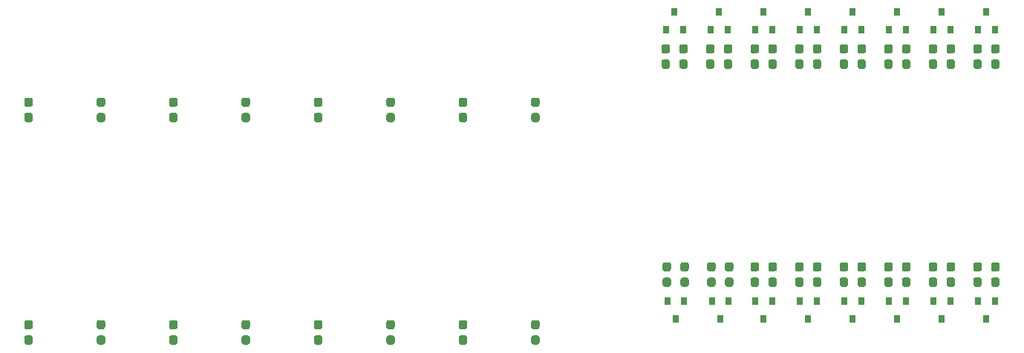
<source format=gbr>
%TF.GenerationSoftware,KiCad,Pcbnew,(5.1.6)-1*%
%TF.CreationDate,2022-02-01T20:51:07+01:00*%
%TF.ProjectId,Omniplex,4f6d6e69-706c-4657-982e-6b696361645f,rev?*%
%TF.SameCoordinates,Original*%
%TF.FileFunction,Paste,Top*%
%TF.FilePolarity,Positive*%
%FSLAX46Y46*%
G04 Gerber Fmt 4.6, Leading zero omitted, Abs format (unit mm)*
G04 Created by KiCad (PCBNEW (5.1.6)-1) date 2022-02-01 20:51:07*
%MOMM*%
%LPD*%
G01*
G04 APERTURE LIST*
%ADD10R,0.800000X0.900000*%
G04 APERTURE END LIST*
%TO.C,D16*%
G36*
G01*
X118507500Y-119730000D02*
X118982500Y-119730000D01*
G75*
G02*
X119220000Y-119967500I0J-237500D01*
G01*
X119220000Y-120542500D01*
G75*
G02*
X118982500Y-120780000I-237500J0D01*
G01*
X118507500Y-120780000D01*
G75*
G02*
X118270000Y-120542500I0J237500D01*
G01*
X118270000Y-119967500D01*
G75*
G02*
X118507500Y-119730000I237500J0D01*
G01*
G37*
G36*
G01*
X118507500Y-117980000D02*
X118982500Y-117980000D01*
G75*
G02*
X119220000Y-118217500I0J-237500D01*
G01*
X119220000Y-118792500D01*
G75*
G02*
X118982500Y-119030000I-237500J0D01*
G01*
X118507500Y-119030000D01*
G75*
G02*
X118270000Y-118792500I0J237500D01*
G01*
X118270000Y-118217500D01*
G75*
G02*
X118507500Y-117980000I237500J0D01*
G01*
G37*
%TD*%
%TO.C,D15*%
G36*
G01*
X110252500Y-119730000D02*
X110727500Y-119730000D01*
G75*
G02*
X110965000Y-119967500I0J-237500D01*
G01*
X110965000Y-120542500D01*
G75*
G02*
X110727500Y-120780000I-237500J0D01*
G01*
X110252500Y-120780000D01*
G75*
G02*
X110015000Y-120542500I0J237500D01*
G01*
X110015000Y-119967500D01*
G75*
G02*
X110252500Y-119730000I237500J0D01*
G01*
G37*
G36*
G01*
X110252500Y-117980000D02*
X110727500Y-117980000D01*
G75*
G02*
X110965000Y-118217500I0J-237500D01*
G01*
X110965000Y-118792500D01*
G75*
G02*
X110727500Y-119030000I-237500J0D01*
G01*
X110252500Y-119030000D01*
G75*
G02*
X110015000Y-118792500I0J237500D01*
G01*
X110015000Y-118217500D01*
G75*
G02*
X110252500Y-117980000I237500J0D01*
G01*
G37*
%TD*%
%TO.C,D14*%
G36*
G01*
X118507500Y-94330000D02*
X118982500Y-94330000D01*
G75*
G02*
X119220000Y-94567500I0J-237500D01*
G01*
X119220000Y-95142500D01*
G75*
G02*
X118982500Y-95380000I-237500J0D01*
G01*
X118507500Y-95380000D01*
G75*
G02*
X118270000Y-95142500I0J237500D01*
G01*
X118270000Y-94567500D01*
G75*
G02*
X118507500Y-94330000I237500J0D01*
G01*
G37*
G36*
G01*
X118507500Y-92580000D02*
X118982500Y-92580000D01*
G75*
G02*
X119220000Y-92817500I0J-237500D01*
G01*
X119220000Y-93392500D01*
G75*
G02*
X118982500Y-93630000I-237500J0D01*
G01*
X118507500Y-93630000D01*
G75*
G02*
X118270000Y-93392500I0J237500D01*
G01*
X118270000Y-92817500D01*
G75*
G02*
X118507500Y-92580000I237500J0D01*
G01*
G37*
%TD*%
%TO.C,D13*%
G36*
G01*
X110252500Y-94330000D02*
X110727500Y-94330000D01*
G75*
G02*
X110965000Y-94567500I0J-237500D01*
G01*
X110965000Y-95142500D01*
G75*
G02*
X110727500Y-95380000I-237500J0D01*
G01*
X110252500Y-95380000D01*
G75*
G02*
X110015000Y-95142500I0J237500D01*
G01*
X110015000Y-94567500D01*
G75*
G02*
X110252500Y-94330000I237500J0D01*
G01*
G37*
G36*
G01*
X110252500Y-92580000D02*
X110727500Y-92580000D01*
G75*
G02*
X110965000Y-92817500I0J-237500D01*
G01*
X110965000Y-93392500D01*
G75*
G02*
X110727500Y-93630000I-237500J0D01*
G01*
X110252500Y-93630000D01*
G75*
G02*
X110015000Y-93392500I0J237500D01*
G01*
X110015000Y-92817500D01*
G75*
G02*
X110252500Y-92580000I237500J0D01*
G01*
G37*
%TD*%
%TO.C,D12*%
G36*
G01*
X101997500Y-119730000D02*
X102472500Y-119730000D01*
G75*
G02*
X102710000Y-119967500I0J-237500D01*
G01*
X102710000Y-120542500D01*
G75*
G02*
X102472500Y-120780000I-237500J0D01*
G01*
X101997500Y-120780000D01*
G75*
G02*
X101760000Y-120542500I0J237500D01*
G01*
X101760000Y-119967500D01*
G75*
G02*
X101997500Y-119730000I237500J0D01*
G01*
G37*
G36*
G01*
X101997500Y-117980000D02*
X102472500Y-117980000D01*
G75*
G02*
X102710000Y-118217500I0J-237500D01*
G01*
X102710000Y-118792500D01*
G75*
G02*
X102472500Y-119030000I-237500J0D01*
G01*
X101997500Y-119030000D01*
G75*
G02*
X101760000Y-118792500I0J237500D01*
G01*
X101760000Y-118217500D01*
G75*
G02*
X101997500Y-117980000I237500J0D01*
G01*
G37*
%TD*%
%TO.C,D11*%
G36*
G01*
X93742500Y-119730000D02*
X94217500Y-119730000D01*
G75*
G02*
X94455000Y-119967500I0J-237500D01*
G01*
X94455000Y-120542500D01*
G75*
G02*
X94217500Y-120780000I-237500J0D01*
G01*
X93742500Y-120780000D01*
G75*
G02*
X93505000Y-120542500I0J237500D01*
G01*
X93505000Y-119967500D01*
G75*
G02*
X93742500Y-119730000I237500J0D01*
G01*
G37*
G36*
G01*
X93742500Y-117980000D02*
X94217500Y-117980000D01*
G75*
G02*
X94455000Y-118217500I0J-237500D01*
G01*
X94455000Y-118792500D01*
G75*
G02*
X94217500Y-119030000I-237500J0D01*
G01*
X93742500Y-119030000D01*
G75*
G02*
X93505000Y-118792500I0J237500D01*
G01*
X93505000Y-118217500D01*
G75*
G02*
X93742500Y-117980000I237500J0D01*
G01*
G37*
%TD*%
%TO.C,D10*%
G36*
G01*
X101997500Y-94330000D02*
X102472500Y-94330000D01*
G75*
G02*
X102710000Y-94567500I0J-237500D01*
G01*
X102710000Y-95142500D01*
G75*
G02*
X102472500Y-95380000I-237500J0D01*
G01*
X101997500Y-95380000D01*
G75*
G02*
X101760000Y-95142500I0J237500D01*
G01*
X101760000Y-94567500D01*
G75*
G02*
X101997500Y-94330000I237500J0D01*
G01*
G37*
G36*
G01*
X101997500Y-92580000D02*
X102472500Y-92580000D01*
G75*
G02*
X102710000Y-92817500I0J-237500D01*
G01*
X102710000Y-93392500D01*
G75*
G02*
X102472500Y-93630000I-237500J0D01*
G01*
X101997500Y-93630000D01*
G75*
G02*
X101760000Y-93392500I0J237500D01*
G01*
X101760000Y-92817500D01*
G75*
G02*
X101997500Y-92580000I237500J0D01*
G01*
G37*
%TD*%
%TO.C,D9*%
G36*
G01*
X93742500Y-94330000D02*
X94217500Y-94330000D01*
G75*
G02*
X94455000Y-94567500I0J-237500D01*
G01*
X94455000Y-95142500D01*
G75*
G02*
X94217500Y-95380000I-237500J0D01*
G01*
X93742500Y-95380000D01*
G75*
G02*
X93505000Y-95142500I0J237500D01*
G01*
X93505000Y-94567500D01*
G75*
G02*
X93742500Y-94330000I237500J0D01*
G01*
G37*
G36*
G01*
X93742500Y-92580000D02*
X94217500Y-92580000D01*
G75*
G02*
X94455000Y-92817500I0J-237500D01*
G01*
X94455000Y-93392500D01*
G75*
G02*
X94217500Y-93630000I-237500J0D01*
G01*
X93742500Y-93630000D01*
G75*
G02*
X93505000Y-93392500I0J237500D01*
G01*
X93505000Y-92817500D01*
G75*
G02*
X93742500Y-92580000I237500J0D01*
G01*
G37*
%TD*%
%TO.C,D8*%
G36*
G01*
X85487500Y-119730000D02*
X85962500Y-119730000D01*
G75*
G02*
X86200000Y-119967500I0J-237500D01*
G01*
X86200000Y-120542500D01*
G75*
G02*
X85962500Y-120780000I-237500J0D01*
G01*
X85487500Y-120780000D01*
G75*
G02*
X85250000Y-120542500I0J237500D01*
G01*
X85250000Y-119967500D01*
G75*
G02*
X85487500Y-119730000I237500J0D01*
G01*
G37*
G36*
G01*
X85487500Y-117980000D02*
X85962500Y-117980000D01*
G75*
G02*
X86200000Y-118217500I0J-237500D01*
G01*
X86200000Y-118792500D01*
G75*
G02*
X85962500Y-119030000I-237500J0D01*
G01*
X85487500Y-119030000D01*
G75*
G02*
X85250000Y-118792500I0J237500D01*
G01*
X85250000Y-118217500D01*
G75*
G02*
X85487500Y-117980000I237500J0D01*
G01*
G37*
%TD*%
%TO.C,D7*%
G36*
G01*
X77232500Y-119730000D02*
X77707500Y-119730000D01*
G75*
G02*
X77945000Y-119967500I0J-237500D01*
G01*
X77945000Y-120542500D01*
G75*
G02*
X77707500Y-120780000I-237500J0D01*
G01*
X77232500Y-120780000D01*
G75*
G02*
X76995000Y-120542500I0J237500D01*
G01*
X76995000Y-119967500D01*
G75*
G02*
X77232500Y-119730000I237500J0D01*
G01*
G37*
G36*
G01*
X77232500Y-117980000D02*
X77707500Y-117980000D01*
G75*
G02*
X77945000Y-118217500I0J-237500D01*
G01*
X77945000Y-118792500D01*
G75*
G02*
X77707500Y-119030000I-237500J0D01*
G01*
X77232500Y-119030000D01*
G75*
G02*
X76995000Y-118792500I0J237500D01*
G01*
X76995000Y-118217500D01*
G75*
G02*
X77232500Y-117980000I237500J0D01*
G01*
G37*
%TD*%
%TO.C,D6*%
G36*
G01*
X85487500Y-94330000D02*
X85962500Y-94330000D01*
G75*
G02*
X86200000Y-94567500I0J-237500D01*
G01*
X86200000Y-95142500D01*
G75*
G02*
X85962500Y-95380000I-237500J0D01*
G01*
X85487500Y-95380000D01*
G75*
G02*
X85250000Y-95142500I0J237500D01*
G01*
X85250000Y-94567500D01*
G75*
G02*
X85487500Y-94330000I237500J0D01*
G01*
G37*
G36*
G01*
X85487500Y-92580000D02*
X85962500Y-92580000D01*
G75*
G02*
X86200000Y-92817500I0J-237500D01*
G01*
X86200000Y-93392500D01*
G75*
G02*
X85962500Y-93630000I-237500J0D01*
G01*
X85487500Y-93630000D01*
G75*
G02*
X85250000Y-93392500I0J237500D01*
G01*
X85250000Y-92817500D01*
G75*
G02*
X85487500Y-92580000I237500J0D01*
G01*
G37*
%TD*%
%TO.C,D5*%
G36*
G01*
X77232500Y-94330000D02*
X77707500Y-94330000D01*
G75*
G02*
X77945000Y-94567500I0J-237500D01*
G01*
X77945000Y-95142500D01*
G75*
G02*
X77707500Y-95380000I-237500J0D01*
G01*
X77232500Y-95380000D01*
G75*
G02*
X76995000Y-95142500I0J237500D01*
G01*
X76995000Y-94567500D01*
G75*
G02*
X77232500Y-94330000I237500J0D01*
G01*
G37*
G36*
G01*
X77232500Y-92580000D02*
X77707500Y-92580000D01*
G75*
G02*
X77945000Y-92817500I0J-237500D01*
G01*
X77945000Y-93392500D01*
G75*
G02*
X77707500Y-93630000I-237500J0D01*
G01*
X77232500Y-93630000D01*
G75*
G02*
X76995000Y-93392500I0J237500D01*
G01*
X76995000Y-92817500D01*
G75*
G02*
X77232500Y-92580000I237500J0D01*
G01*
G37*
%TD*%
%TO.C,D4*%
G36*
G01*
X68977500Y-119730000D02*
X69452500Y-119730000D01*
G75*
G02*
X69690000Y-119967500I0J-237500D01*
G01*
X69690000Y-120542500D01*
G75*
G02*
X69452500Y-120780000I-237500J0D01*
G01*
X68977500Y-120780000D01*
G75*
G02*
X68740000Y-120542500I0J237500D01*
G01*
X68740000Y-119967500D01*
G75*
G02*
X68977500Y-119730000I237500J0D01*
G01*
G37*
G36*
G01*
X68977500Y-117980000D02*
X69452500Y-117980000D01*
G75*
G02*
X69690000Y-118217500I0J-237500D01*
G01*
X69690000Y-118792500D01*
G75*
G02*
X69452500Y-119030000I-237500J0D01*
G01*
X68977500Y-119030000D01*
G75*
G02*
X68740000Y-118792500I0J237500D01*
G01*
X68740000Y-118217500D01*
G75*
G02*
X68977500Y-117980000I237500J0D01*
G01*
G37*
%TD*%
%TO.C,D3*%
G36*
G01*
X60722500Y-119730000D02*
X61197500Y-119730000D01*
G75*
G02*
X61435000Y-119967500I0J-237500D01*
G01*
X61435000Y-120542500D01*
G75*
G02*
X61197500Y-120780000I-237500J0D01*
G01*
X60722500Y-120780000D01*
G75*
G02*
X60485000Y-120542500I0J237500D01*
G01*
X60485000Y-119967500D01*
G75*
G02*
X60722500Y-119730000I237500J0D01*
G01*
G37*
G36*
G01*
X60722500Y-117980000D02*
X61197500Y-117980000D01*
G75*
G02*
X61435000Y-118217500I0J-237500D01*
G01*
X61435000Y-118792500D01*
G75*
G02*
X61197500Y-119030000I-237500J0D01*
G01*
X60722500Y-119030000D01*
G75*
G02*
X60485000Y-118792500I0J237500D01*
G01*
X60485000Y-118217500D01*
G75*
G02*
X60722500Y-117980000I237500J0D01*
G01*
G37*
%TD*%
%TO.C,D2*%
G36*
G01*
X68977500Y-94330000D02*
X69452500Y-94330000D01*
G75*
G02*
X69690000Y-94567500I0J-237500D01*
G01*
X69690000Y-95142500D01*
G75*
G02*
X69452500Y-95380000I-237500J0D01*
G01*
X68977500Y-95380000D01*
G75*
G02*
X68740000Y-95142500I0J237500D01*
G01*
X68740000Y-94567500D01*
G75*
G02*
X68977500Y-94330000I237500J0D01*
G01*
G37*
G36*
G01*
X68977500Y-92580000D02*
X69452500Y-92580000D01*
G75*
G02*
X69690000Y-92817500I0J-237500D01*
G01*
X69690000Y-93392500D01*
G75*
G02*
X69452500Y-93630000I-237500J0D01*
G01*
X68977500Y-93630000D01*
G75*
G02*
X68740000Y-93392500I0J237500D01*
G01*
X68740000Y-92817500D01*
G75*
G02*
X68977500Y-92580000I237500J0D01*
G01*
G37*
%TD*%
%TO.C,D1*%
G36*
G01*
X60722500Y-94330000D02*
X61197500Y-94330000D01*
G75*
G02*
X61435000Y-94567500I0J-237500D01*
G01*
X61435000Y-95142500D01*
G75*
G02*
X61197500Y-95380000I-237500J0D01*
G01*
X60722500Y-95380000D01*
G75*
G02*
X60485000Y-95142500I0J237500D01*
G01*
X60485000Y-94567500D01*
G75*
G02*
X60722500Y-94330000I237500J0D01*
G01*
G37*
G36*
G01*
X60722500Y-92580000D02*
X61197500Y-92580000D01*
G75*
G02*
X61435000Y-92817500I0J-237500D01*
G01*
X61435000Y-93392500D01*
G75*
G02*
X61197500Y-93630000I-237500J0D01*
G01*
X60722500Y-93630000D01*
G75*
G02*
X60485000Y-93392500I0J237500D01*
G01*
X60485000Y-92817500D01*
G75*
G02*
X60722500Y-92580000I237500J0D01*
G01*
G37*
%TD*%
%TO.C,R32*%
G36*
G01*
X136000500Y-112426000D02*
X135525500Y-112426000D01*
G75*
G02*
X135288000Y-112188500I0J237500D01*
G01*
X135288000Y-111613500D01*
G75*
G02*
X135525500Y-111376000I237500J0D01*
G01*
X136000500Y-111376000D01*
G75*
G02*
X136238000Y-111613500I0J-237500D01*
G01*
X136238000Y-112188500D01*
G75*
G02*
X136000500Y-112426000I-237500J0D01*
G01*
G37*
G36*
G01*
X136000500Y-114176000D02*
X135525500Y-114176000D01*
G75*
G02*
X135288000Y-113938500I0J237500D01*
G01*
X135288000Y-113363500D01*
G75*
G02*
X135525500Y-113126000I237500J0D01*
G01*
X136000500Y-113126000D01*
G75*
G02*
X136238000Y-113363500I0J-237500D01*
G01*
X136238000Y-113938500D01*
G75*
G02*
X136000500Y-114176000I-237500J0D01*
G01*
G37*
%TD*%
%TO.C,R31*%
G36*
G01*
X141080500Y-112426000D02*
X140605500Y-112426000D01*
G75*
G02*
X140368000Y-112188500I0J237500D01*
G01*
X140368000Y-111613500D01*
G75*
G02*
X140605500Y-111376000I237500J0D01*
G01*
X141080500Y-111376000D01*
G75*
G02*
X141318000Y-111613500I0J-237500D01*
G01*
X141318000Y-112188500D01*
G75*
G02*
X141080500Y-112426000I-237500J0D01*
G01*
G37*
G36*
G01*
X141080500Y-114176000D02*
X140605500Y-114176000D01*
G75*
G02*
X140368000Y-113938500I0J237500D01*
G01*
X140368000Y-113363500D01*
G75*
G02*
X140605500Y-113126000I237500J0D01*
G01*
X141080500Y-113126000D01*
G75*
G02*
X141318000Y-113363500I0J-237500D01*
G01*
X141318000Y-113938500D01*
G75*
G02*
X141080500Y-114176000I-237500J0D01*
G01*
G37*
%TD*%
%TO.C,R30*%
G36*
G01*
X146033500Y-112426000D02*
X145558500Y-112426000D01*
G75*
G02*
X145321000Y-112188500I0J237500D01*
G01*
X145321000Y-111613500D01*
G75*
G02*
X145558500Y-111376000I237500J0D01*
G01*
X146033500Y-111376000D01*
G75*
G02*
X146271000Y-111613500I0J-237500D01*
G01*
X146271000Y-112188500D01*
G75*
G02*
X146033500Y-112426000I-237500J0D01*
G01*
G37*
G36*
G01*
X146033500Y-114176000D02*
X145558500Y-114176000D01*
G75*
G02*
X145321000Y-113938500I0J237500D01*
G01*
X145321000Y-113363500D01*
G75*
G02*
X145558500Y-113126000I237500J0D01*
G01*
X146033500Y-113126000D01*
G75*
G02*
X146271000Y-113363500I0J-237500D01*
G01*
X146271000Y-113938500D01*
G75*
G02*
X146033500Y-114176000I-237500J0D01*
G01*
G37*
%TD*%
%TO.C,R29*%
G36*
G01*
X151113500Y-112426000D02*
X150638500Y-112426000D01*
G75*
G02*
X150401000Y-112188500I0J237500D01*
G01*
X150401000Y-111613500D01*
G75*
G02*
X150638500Y-111376000I237500J0D01*
G01*
X151113500Y-111376000D01*
G75*
G02*
X151351000Y-111613500I0J-237500D01*
G01*
X151351000Y-112188500D01*
G75*
G02*
X151113500Y-112426000I-237500J0D01*
G01*
G37*
G36*
G01*
X151113500Y-114176000D02*
X150638500Y-114176000D01*
G75*
G02*
X150401000Y-113938500I0J237500D01*
G01*
X150401000Y-113363500D01*
G75*
G02*
X150638500Y-113126000I237500J0D01*
G01*
X151113500Y-113126000D01*
G75*
G02*
X151351000Y-113363500I0J-237500D01*
G01*
X151351000Y-113938500D01*
G75*
G02*
X151113500Y-114176000I-237500J0D01*
G01*
G37*
%TD*%
%TO.C,R28*%
G36*
G01*
X156193500Y-112426000D02*
X155718500Y-112426000D01*
G75*
G02*
X155481000Y-112188500I0J237500D01*
G01*
X155481000Y-111613500D01*
G75*
G02*
X155718500Y-111376000I237500J0D01*
G01*
X156193500Y-111376000D01*
G75*
G02*
X156431000Y-111613500I0J-237500D01*
G01*
X156431000Y-112188500D01*
G75*
G02*
X156193500Y-112426000I-237500J0D01*
G01*
G37*
G36*
G01*
X156193500Y-114176000D02*
X155718500Y-114176000D01*
G75*
G02*
X155481000Y-113938500I0J237500D01*
G01*
X155481000Y-113363500D01*
G75*
G02*
X155718500Y-113126000I237500J0D01*
G01*
X156193500Y-113126000D01*
G75*
G02*
X156431000Y-113363500I0J-237500D01*
G01*
X156431000Y-113938500D01*
G75*
G02*
X156193500Y-114176000I-237500J0D01*
G01*
G37*
%TD*%
%TO.C,R27*%
G36*
G01*
X161273500Y-112426000D02*
X160798500Y-112426000D01*
G75*
G02*
X160561000Y-112188500I0J237500D01*
G01*
X160561000Y-111613500D01*
G75*
G02*
X160798500Y-111376000I237500J0D01*
G01*
X161273500Y-111376000D01*
G75*
G02*
X161511000Y-111613500I0J-237500D01*
G01*
X161511000Y-112188500D01*
G75*
G02*
X161273500Y-112426000I-237500J0D01*
G01*
G37*
G36*
G01*
X161273500Y-114176000D02*
X160798500Y-114176000D01*
G75*
G02*
X160561000Y-113938500I0J237500D01*
G01*
X160561000Y-113363500D01*
G75*
G02*
X160798500Y-113126000I237500J0D01*
G01*
X161273500Y-113126000D01*
G75*
G02*
X161511000Y-113363500I0J-237500D01*
G01*
X161511000Y-113938500D01*
G75*
G02*
X161273500Y-114176000I-237500J0D01*
G01*
G37*
%TD*%
%TO.C,R26*%
G36*
G01*
X166353500Y-112426000D02*
X165878500Y-112426000D01*
G75*
G02*
X165641000Y-112188500I0J237500D01*
G01*
X165641000Y-111613500D01*
G75*
G02*
X165878500Y-111376000I237500J0D01*
G01*
X166353500Y-111376000D01*
G75*
G02*
X166591000Y-111613500I0J-237500D01*
G01*
X166591000Y-112188500D01*
G75*
G02*
X166353500Y-112426000I-237500J0D01*
G01*
G37*
G36*
G01*
X166353500Y-114176000D02*
X165878500Y-114176000D01*
G75*
G02*
X165641000Y-113938500I0J237500D01*
G01*
X165641000Y-113363500D01*
G75*
G02*
X165878500Y-113126000I237500J0D01*
G01*
X166353500Y-113126000D01*
G75*
G02*
X166591000Y-113363500I0J-237500D01*
G01*
X166591000Y-113938500D01*
G75*
G02*
X166353500Y-114176000I-237500J0D01*
G01*
G37*
%TD*%
%TO.C,R25*%
G36*
G01*
X171433500Y-112426000D02*
X170958500Y-112426000D01*
G75*
G02*
X170721000Y-112188500I0J237500D01*
G01*
X170721000Y-111613500D01*
G75*
G02*
X170958500Y-111376000I237500J0D01*
G01*
X171433500Y-111376000D01*
G75*
G02*
X171671000Y-111613500I0J-237500D01*
G01*
X171671000Y-112188500D01*
G75*
G02*
X171433500Y-112426000I-237500J0D01*
G01*
G37*
G36*
G01*
X171433500Y-114176000D02*
X170958500Y-114176000D01*
G75*
G02*
X170721000Y-113938500I0J237500D01*
G01*
X170721000Y-113363500D01*
G75*
G02*
X170958500Y-113126000I237500J0D01*
G01*
X171433500Y-113126000D01*
G75*
G02*
X171671000Y-113363500I0J-237500D01*
G01*
X171671000Y-113938500D01*
G75*
G02*
X171433500Y-114176000I-237500J0D01*
G01*
G37*
%TD*%
%TO.C,R24*%
G36*
G01*
X133366500Y-88234000D02*
X133841500Y-88234000D01*
G75*
G02*
X134079000Y-88471500I0J-237500D01*
G01*
X134079000Y-89046500D01*
G75*
G02*
X133841500Y-89284000I-237500J0D01*
G01*
X133366500Y-89284000D01*
G75*
G02*
X133129000Y-89046500I0J237500D01*
G01*
X133129000Y-88471500D01*
G75*
G02*
X133366500Y-88234000I237500J0D01*
G01*
G37*
G36*
G01*
X133366500Y-86484000D02*
X133841500Y-86484000D01*
G75*
G02*
X134079000Y-86721500I0J-237500D01*
G01*
X134079000Y-87296500D01*
G75*
G02*
X133841500Y-87534000I-237500J0D01*
G01*
X133366500Y-87534000D01*
G75*
G02*
X133129000Y-87296500I0J237500D01*
G01*
X133129000Y-86721500D01*
G75*
G02*
X133366500Y-86484000I237500J0D01*
G01*
G37*
%TD*%
%TO.C,R23*%
G36*
G01*
X138446500Y-88234000D02*
X138921500Y-88234000D01*
G75*
G02*
X139159000Y-88471500I0J-237500D01*
G01*
X139159000Y-89046500D01*
G75*
G02*
X138921500Y-89284000I-237500J0D01*
G01*
X138446500Y-89284000D01*
G75*
G02*
X138209000Y-89046500I0J237500D01*
G01*
X138209000Y-88471500D01*
G75*
G02*
X138446500Y-88234000I237500J0D01*
G01*
G37*
G36*
G01*
X138446500Y-86484000D02*
X138921500Y-86484000D01*
G75*
G02*
X139159000Y-86721500I0J-237500D01*
G01*
X139159000Y-87296500D01*
G75*
G02*
X138921500Y-87534000I-237500J0D01*
G01*
X138446500Y-87534000D01*
G75*
G02*
X138209000Y-87296500I0J237500D01*
G01*
X138209000Y-86721500D01*
G75*
G02*
X138446500Y-86484000I237500J0D01*
G01*
G37*
%TD*%
%TO.C,R22*%
G36*
G01*
X143526500Y-88234000D02*
X144001500Y-88234000D01*
G75*
G02*
X144239000Y-88471500I0J-237500D01*
G01*
X144239000Y-89046500D01*
G75*
G02*
X144001500Y-89284000I-237500J0D01*
G01*
X143526500Y-89284000D01*
G75*
G02*
X143289000Y-89046500I0J237500D01*
G01*
X143289000Y-88471500D01*
G75*
G02*
X143526500Y-88234000I237500J0D01*
G01*
G37*
G36*
G01*
X143526500Y-86484000D02*
X144001500Y-86484000D01*
G75*
G02*
X144239000Y-86721500I0J-237500D01*
G01*
X144239000Y-87296500D01*
G75*
G02*
X144001500Y-87534000I-237500J0D01*
G01*
X143526500Y-87534000D01*
G75*
G02*
X143289000Y-87296500I0J237500D01*
G01*
X143289000Y-86721500D01*
G75*
G02*
X143526500Y-86484000I237500J0D01*
G01*
G37*
%TD*%
%TO.C,R21*%
G36*
G01*
X148606500Y-88234000D02*
X149081500Y-88234000D01*
G75*
G02*
X149319000Y-88471500I0J-237500D01*
G01*
X149319000Y-89046500D01*
G75*
G02*
X149081500Y-89284000I-237500J0D01*
G01*
X148606500Y-89284000D01*
G75*
G02*
X148369000Y-89046500I0J237500D01*
G01*
X148369000Y-88471500D01*
G75*
G02*
X148606500Y-88234000I237500J0D01*
G01*
G37*
G36*
G01*
X148606500Y-86484000D02*
X149081500Y-86484000D01*
G75*
G02*
X149319000Y-86721500I0J-237500D01*
G01*
X149319000Y-87296500D01*
G75*
G02*
X149081500Y-87534000I-237500J0D01*
G01*
X148606500Y-87534000D01*
G75*
G02*
X148369000Y-87296500I0J237500D01*
G01*
X148369000Y-86721500D01*
G75*
G02*
X148606500Y-86484000I237500J0D01*
G01*
G37*
%TD*%
%TO.C,R20*%
G36*
G01*
X153686500Y-86484000D02*
X154161500Y-86484000D01*
G75*
G02*
X154399000Y-86721500I0J-237500D01*
G01*
X154399000Y-87296500D01*
G75*
G02*
X154161500Y-87534000I-237500J0D01*
G01*
X153686500Y-87534000D01*
G75*
G02*
X153449000Y-87296500I0J237500D01*
G01*
X153449000Y-86721500D01*
G75*
G02*
X153686500Y-86484000I237500J0D01*
G01*
G37*
G36*
G01*
X153686500Y-88234000D02*
X154161500Y-88234000D01*
G75*
G02*
X154399000Y-88471500I0J-237500D01*
G01*
X154399000Y-89046500D01*
G75*
G02*
X154161500Y-89284000I-237500J0D01*
G01*
X153686500Y-89284000D01*
G75*
G02*
X153449000Y-89046500I0J237500D01*
G01*
X153449000Y-88471500D01*
G75*
G02*
X153686500Y-88234000I237500J0D01*
G01*
G37*
%TD*%
%TO.C,R19*%
G36*
G01*
X158766500Y-88234000D02*
X159241500Y-88234000D01*
G75*
G02*
X159479000Y-88471500I0J-237500D01*
G01*
X159479000Y-89046500D01*
G75*
G02*
X159241500Y-89284000I-237500J0D01*
G01*
X158766500Y-89284000D01*
G75*
G02*
X158529000Y-89046500I0J237500D01*
G01*
X158529000Y-88471500D01*
G75*
G02*
X158766500Y-88234000I237500J0D01*
G01*
G37*
G36*
G01*
X158766500Y-86484000D02*
X159241500Y-86484000D01*
G75*
G02*
X159479000Y-86721500I0J-237500D01*
G01*
X159479000Y-87296500D01*
G75*
G02*
X159241500Y-87534000I-237500J0D01*
G01*
X158766500Y-87534000D01*
G75*
G02*
X158529000Y-87296500I0J237500D01*
G01*
X158529000Y-86721500D01*
G75*
G02*
X158766500Y-86484000I237500J0D01*
G01*
G37*
%TD*%
%TO.C,R18*%
G36*
G01*
X163846500Y-88234000D02*
X164321500Y-88234000D01*
G75*
G02*
X164559000Y-88471500I0J-237500D01*
G01*
X164559000Y-89046500D01*
G75*
G02*
X164321500Y-89284000I-237500J0D01*
G01*
X163846500Y-89284000D01*
G75*
G02*
X163609000Y-89046500I0J237500D01*
G01*
X163609000Y-88471500D01*
G75*
G02*
X163846500Y-88234000I237500J0D01*
G01*
G37*
G36*
G01*
X163846500Y-86484000D02*
X164321500Y-86484000D01*
G75*
G02*
X164559000Y-86721500I0J-237500D01*
G01*
X164559000Y-87296500D01*
G75*
G02*
X164321500Y-87534000I-237500J0D01*
G01*
X163846500Y-87534000D01*
G75*
G02*
X163609000Y-87296500I0J237500D01*
G01*
X163609000Y-86721500D01*
G75*
G02*
X163846500Y-86484000I237500J0D01*
G01*
G37*
%TD*%
%TO.C,R17*%
G36*
G01*
X168926500Y-88234000D02*
X169401500Y-88234000D01*
G75*
G02*
X169639000Y-88471500I0J-237500D01*
G01*
X169639000Y-89046500D01*
G75*
G02*
X169401500Y-89284000I-237500J0D01*
G01*
X168926500Y-89284000D01*
G75*
G02*
X168689000Y-89046500I0J237500D01*
G01*
X168689000Y-88471500D01*
G75*
G02*
X168926500Y-88234000I237500J0D01*
G01*
G37*
G36*
G01*
X168926500Y-86484000D02*
X169401500Y-86484000D01*
G75*
G02*
X169639000Y-86721500I0J-237500D01*
G01*
X169639000Y-87296500D01*
G75*
G02*
X169401500Y-87534000I-237500J0D01*
G01*
X168926500Y-87534000D01*
G75*
G02*
X168689000Y-87296500I0J237500D01*
G01*
X168689000Y-86721500D01*
G75*
G02*
X168926500Y-86484000I237500J0D01*
G01*
G37*
%TD*%
%TO.C,R16*%
G36*
G01*
X168926500Y-113126000D02*
X169401500Y-113126000D01*
G75*
G02*
X169639000Y-113363500I0J-237500D01*
G01*
X169639000Y-113938500D01*
G75*
G02*
X169401500Y-114176000I-237500J0D01*
G01*
X168926500Y-114176000D01*
G75*
G02*
X168689000Y-113938500I0J237500D01*
G01*
X168689000Y-113363500D01*
G75*
G02*
X168926500Y-113126000I237500J0D01*
G01*
G37*
G36*
G01*
X168926500Y-111376000D02*
X169401500Y-111376000D01*
G75*
G02*
X169639000Y-111613500I0J-237500D01*
G01*
X169639000Y-112188500D01*
G75*
G02*
X169401500Y-112426000I-237500J0D01*
G01*
X168926500Y-112426000D01*
G75*
G02*
X168689000Y-112188500I0J237500D01*
G01*
X168689000Y-111613500D01*
G75*
G02*
X168926500Y-111376000I237500J0D01*
G01*
G37*
%TD*%
%TO.C,R15*%
G36*
G01*
X171433500Y-89284000D02*
X170958500Y-89284000D01*
G75*
G02*
X170721000Y-89046500I0J237500D01*
G01*
X170721000Y-88471500D01*
G75*
G02*
X170958500Y-88234000I237500J0D01*
G01*
X171433500Y-88234000D01*
G75*
G02*
X171671000Y-88471500I0J-237500D01*
G01*
X171671000Y-89046500D01*
G75*
G02*
X171433500Y-89284000I-237500J0D01*
G01*
G37*
G36*
G01*
X171433500Y-87534000D02*
X170958500Y-87534000D01*
G75*
G02*
X170721000Y-87296500I0J237500D01*
G01*
X170721000Y-86721500D01*
G75*
G02*
X170958500Y-86484000I237500J0D01*
G01*
X171433500Y-86484000D01*
G75*
G02*
X171671000Y-86721500I0J-237500D01*
G01*
X171671000Y-87296500D01*
G75*
G02*
X171433500Y-87534000I-237500J0D01*
G01*
G37*
%TD*%
%TO.C,R14*%
G36*
G01*
X163846500Y-113126000D02*
X164321500Y-113126000D01*
G75*
G02*
X164559000Y-113363500I0J-237500D01*
G01*
X164559000Y-113938500D01*
G75*
G02*
X164321500Y-114176000I-237500J0D01*
G01*
X163846500Y-114176000D01*
G75*
G02*
X163609000Y-113938500I0J237500D01*
G01*
X163609000Y-113363500D01*
G75*
G02*
X163846500Y-113126000I237500J0D01*
G01*
G37*
G36*
G01*
X163846500Y-111376000D02*
X164321500Y-111376000D01*
G75*
G02*
X164559000Y-111613500I0J-237500D01*
G01*
X164559000Y-112188500D01*
G75*
G02*
X164321500Y-112426000I-237500J0D01*
G01*
X163846500Y-112426000D01*
G75*
G02*
X163609000Y-112188500I0J237500D01*
G01*
X163609000Y-111613500D01*
G75*
G02*
X163846500Y-111376000I237500J0D01*
G01*
G37*
%TD*%
%TO.C,R13*%
G36*
G01*
X166353500Y-89284000D02*
X165878500Y-89284000D01*
G75*
G02*
X165641000Y-89046500I0J237500D01*
G01*
X165641000Y-88471500D01*
G75*
G02*
X165878500Y-88234000I237500J0D01*
G01*
X166353500Y-88234000D01*
G75*
G02*
X166591000Y-88471500I0J-237500D01*
G01*
X166591000Y-89046500D01*
G75*
G02*
X166353500Y-89284000I-237500J0D01*
G01*
G37*
G36*
G01*
X166353500Y-87534000D02*
X165878500Y-87534000D01*
G75*
G02*
X165641000Y-87296500I0J237500D01*
G01*
X165641000Y-86721500D01*
G75*
G02*
X165878500Y-86484000I237500J0D01*
G01*
X166353500Y-86484000D01*
G75*
G02*
X166591000Y-86721500I0J-237500D01*
G01*
X166591000Y-87296500D01*
G75*
G02*
X166353500Y-87534000I-237500J0D01*
G01*
G37*
%TD*%
%TO.C,R12*%
G36*
G01*
X158766500Y-113126000D02*
X159241500Y-113126000D01*
G75*
G02*
X159479000Y-113363500I0J-237500D01*
G01*
X159479000Y-113938500D01*
G75*
G02*
X159241500Y-114176000I-237500J0D01*
G01*
X158766500Y-114176000D01*
G75*
G02*
X158529000Y-113938500I0J237500D01*
G01*
X158529000Y-113363500D01*
G75*
G02*
X158766500Y-113126000I237500J0D01*
G01*
G37*
G36*
G01*
X158766500Y-111376000D02*
X159241500Y-111376000D01*
G75*
G02*
X159479000Y-111613500I0J-237500D01*
G01*
X159479000Y-112188500D01*
G75*
G02*
X159241500Y-112426000I-237500J0D01*
G01*
X158766500Y-112426000D01*
G75*
G02*
X158529000Y-112188500I0J237500D01*
G01*
X158529000Y-111613500D01*
G75*
G02*
X158766500Y-111376000I237500J0D01*
G01*
G37*
%TD*%
%TO.C,R11*%
G36*
G01*
X161273500Y-89284000D02*
X160798500Y-89284000D01*
G75*
G02*
X160561000Y-89046500I0J237500D01*
G01*
X160561000Y-88471500D01*
G75*
G02*
X160798500Y-88234000I237500J0D01*
G01*
X161273500Y-88234000D01*
G75*
G02*
X161511000Y-88471500I0J-237500D01*
G01*
X161511000Y-89046500D01*
G75*
G02*
X161273500Y-89284000I-237500J0D01*
G01*
G37*
G36*
G01*
X161273500Y-87534000D02*
X160798500Y-87534000D01*
G75*
G02*
X160561000Y-87296500I0J237500D01*
G01*
X160561000Y-86721500D01*
G75*
G02*
X160798500Y-86484000I237500J0D01*
G01*
X161273500Y-86484000D01*
G75*
G02*
X161511000Y-86721500I0J-237500D01*
G01*
X161511000Y-87296500D01*
G75*
G02*
X161273500Y-87534000I-237500J0D01*
G01*
G37*
%TD*%
%TO.C,R10*%
G36*
G01*
X153686500Y-113126000D02*
X154161500Y-113126000D01*
G75*
G02*
X154399000Y-113363500I0J-237500D01*
G01*
X154399000Y-113938500D01*
G75*
G02*
X154161500Y-114176000I-237500J0D01*
G01*
X153686500Y-114176000D01*
G75*
G02*
X153449000Y-113938500I0J237500D01*
G01*
X153449000Y-113363500D01*
G75*
G02*
X153686500Y-113126000I237500J0D01*
G01*
G37*
G36*
G01*
X153686500Y-111376000D02*
X154161500Y-111376000D01*
G75*
G02*
X154399000Y-111613500I0J-237500D01*
G01*
X154399000Y-112188500D01*
G75*
G02*
X154161500Y-112426000I-237500J0D01*
G01*
X153686500Y-112426000D01*
G75*
G02*
X153449000Y-112188500I0J237500D01*
G01*
X153449000Y-111613500D01*
G75*
G02*
X153686500Y-111376000I237500J0D01*
G01*
G37*
%TD*%
%TO.C,R9*%
G36*
G01*
X156193500Y-87534000D02*
X155718500Y-87534000D01*
G75*
G02*
X155481000Y-87296500I0J237500D01*
G01*
X155481000Y-86721500D01*
G75*
G02*
X155718500Y-86484000I237500J0D01*
G01*
X156193500Y-86484000D01*
G75*
G02*
X156431000Y-86721500I0J-237500D01*
G01*
X156431000Y-87296500D01*
G75*
G02*
X156193500Y-87534000I-237500J0D01*
G01*
G37*
G36*
G01*
X156193500Y-89284000D02*
X155718500Y-89284000D01*
G75*
G02*
X155481000Y-89046500I0J237500D01*
G01*
X155481000Y-88471500D01*
G75*
G02*
X155718500Y-88234000I237500J0D01*
G01*
X156193500Y-88234000D01*
G75*
G02*
X156431000Y-88471500I0J-237500D01*
G01*
X156431000Y-89046500D01*
G75*
G02*
X156193500Y-89284000I-237500J0D01*
G01*
G37*
%TD*%
%TO.C,R8*%
G36*
G01*
X148606500Y-113126000D02*
X149081500Y-113126000D01*
G75*
G02*
X149319000Y-113363500I0J-237500D01*
G01*
X149319000Y-113938500D01*
G75*
G02*
X149081500Y-114176000I-237500J0D01*
G01*
X148606500Y-114176000D01*
G75*
G02*
X148369000Y-113938500I0J237500D01*
G01*
X148369000Y-113363500D01*
G75*
G02*
X148606500Y-113126000I237500J0D01*
G01*
G37*
G36*
G01*
X148606500Y-111376000D02*
X149081500Y-111376000D01*
G75*
G02*
X149319000Y-111613500I0J-237500D01*
G01*
X149319000Y-112188500D01*
G75*
G02*
X149081500Y-112426000I-237500J0D01*
G01*
X148606500Y-112426000D01*
G75*
G02*
X148369000Y-112188500I0J237500D01*
G01*
X148369000Y-111613500D01*
G75*
G02*
X148606500Y-111376000I237500J0D01*
G01*
G37*
%TD*%
%TO.C,R7*%
G36*
G01*
X151113500Y-89284000D02*
X150638500Y-89284000D01*
G75*
G02*
X150401000Y-89046500I0J237500D01*
G01*
X150401000Y-88471500D01*
G75*
G02*
X150638500Y-88234000I237500J0D01*
G01*
X151113500Y-88234000D01*
G75*
G02*
X151351000Y-88471500I0J-237500D01*
G01*
X151351000Y-89046500D01*
G75*
G02*
X151113500Y-89284000I-237500J0D01*
G01*
G37*
G36*
G01*
X151113500Y-87534000D02*
X150638500Y-87534000D01*
G75*
G02*
X150401000Y-87296500I0J237500D01*
G01*
X150401000Y-86721500D01*
G75*
G02*
X150638500Y-86484000I237500J0D01*
G01*
X151113500Y-86484000D01*
G75*
G02*
X151351000Y-86721500I0J-237500D01*
G01*
X151351000Y-87296500D01*
G75*
G02*
X151113500Y-87534000I-237500J0D01*
G01*
G37*
%TD*%
%TO.C,R6*%
G36*
G01*
X143526500Y-113126000D02*
X144001500Y-113126000D01*
G75*
G02*
X144239000Y-113363500I0J-237500D01*
G01*
X144239000Y-113938500D01*
G75*
G02*
X144001500Y-114176000I-237500J0D01*
G01*
X143526500Y-114176000D01*
G75*
G02*
X143289000Y-113938500I0J237500D01*
G01*
X143289000Y-113363500D01*
G75*
G02*
X143526500Y-113126000I237500J0D01*
G01*
G37*
G36*
G01*
X143526500Y-111376000D02*
X144001500Y-111376000D01*
G75*
G02*
X144239000Y-111613500I0J-237500D01*
G01*
X144239000Y-112188500D01*
G75*
G02*
X144001500Y-112426000I-237500J0D01*
G01*
X143526500Y-112426000D01*
G75*
G02*
X143289000Y-112188500I0J237500D01*
G01*
X143289000Y-111613500D01*
G75*
G02*
X143526500Y-111376000I237500J0D01*
G01*
G37*
%TD*%
%TO.C,R5*%
G36*
G01*
X146033500Y-89284000D02*
X145558500Y-89284000D01*
G75*
G02*
X145321000Y-89046500I0J237500D01*
G01*
X145321000Y-88471500D01*
G75*
G02*
X145558500Y-88234000I237500J0D01*
G01*
X146033500Y-88234000D01*
G75*
G02*
X146271000Y-88471500I0J-237500D01*
G01*
X146271000Y-89046500D01*
G75*
G02*
X146033500Y-89284000I-237500J0D01*
G01*
G37*
G36*
G01*
X146033500Y-87534000D02*
X145558500Y-87534000D01*
G75*
G02*
X145321000Y-87296500I0J237500D01*
G01*
X145321000Y-86721500D01*
G75*
G02*
X145558500Y-86484000I237500J0D01*
G01*
X146033500Y-86484000D01*
G75*
G02*
X146271000Y-86721500I0J-237500D01*
G01*
X146271000Y-87296500D01*
G75*
G02*
X146033500Y-87534000I-237500J0D01*
G01*
G37*
%TD*%
%TO.C,R4*%
G36*
G01*
X138573500Y-113126000D02*
X139048500Y-113126000D01*
G75*
G02*
X139286000Y-113363500I0J-237500D01*
G01*
X139286000Y-113938500D01*
G75*
G02*
X139048500Y-114176000I-237500J0D01*
G01*
X138573500Y-114176000D01*
G75*
G02*
X138336000Y-113938500I0J237500D01*
G01*
X138336000Y-113363500D01*
G75*
G02*
X138573500Y-113126000I237500J0D01*
G01*
G37*
G36*
G01*
X138573500Y-111376000D02*
X139048500Y-111376000D01*
G75*
G02*
X139286000Y-111613500I0J-237500D01*
G01*
X139286000Y-112188500D01*
G75*
G02*
X139048500Y-112426000I-237500J0D01*
G01*
X138573500Y-112426000D01*
G75*
G02*
X138336000Y-112188500I0J237500D01*
G01*
X138336000Y-111613500D01*
G75*
G02*
X138573500Y-111376000I237500J0D01*
G01*
G37*
%TD*%
%TO.C,R3*%
G36*
G01*
X140953500Y-89284000D02*
X140478500Y-89284000D01*
G75*
G02*
X140241000Y-89046500I0J237500D01*
G01*
X140241000Y-88471500D01*
G75*
G02*
X140478500Y-88234000I237500J0D01*
G01*
X140953500Y-88234000D01*
G75*
G02*
X141191000Y-88471500I0J-237500D01*
G01*
X141191000Y-89046500D01*
G75*
G02*
X140953500Y-89284000I-237500J0D01*
G01*
G37*
G36*
G01*
X140953500Y-87534000D02*
X140478500Y-87534000D01*
G75*
G02*
X140241000Y-87296500I0J237500D01*
G01*
X140241000Y-86721500D01*
G75*
G02*
X140478500Y-86484000I237500J0D01*
G01*
X140953500Y-86484000D01*
G75*
G02*
X141191000Y-86721500I0J-237500D01*
G01*
X141191000Y-87296500D01*
G75*
G02*
X140953500Y-87534000I-237500J0D01*
G01*
G37*
%TD*%
%TO.C,R2*%
G36*
G01*
X133493500Y-113126000D02*
X133968500Y-113126000D01*
G75*
G02*
X134206000Y-113363500I0J-237500D01*
G01*
X134206000Y-113938500D01*
G75*
G02*
X133968500Y-114176000I-237500J0D01*
G01*
X133493500Y-114176000D01*
G75*
G02*
X133256000Y-113938500I0J237500D01*
G01*
X133256000Y-113363500D01*
G75*
G02*
X133493500Y-113126000I237500J0D01*
G01*
G37*
G36*
G01*
X133493500Y-111376000D02*
X133968500Y-111376000D01*
G75*
G02*
X134206000Y-111613500I0J-237500D01*
G01*
X134206000Y-112188500D01*
G75*
G02*
X133968500Y-112426000I-237500J0D01*
G01*
X133493500Y-112426000D01*
G75*
G02*
X133256000Y-112188500I0J237500D01*
G01*
X133256000Y-111613500D01*
G75*
G02*
X133493500Y-111376000I237500J0D01*
G01*
G37*
%TD*%
%TO.C,R1*%
G36*
G01*
X135873500Y-89284000D02*
X135398500Y-89284000D01*
G75*
G02*
X135161000Y-89046500I0J237500D01*
G01*
X135161000Y-88471500D01*
G75*
G02*
X135398500Y-88234000I237500J0D01*
G01*
X135873500Y-88234000D01*
G75*
G02*
X136111000Y-88471500I0J-237500D01*
G01*
X136111000Y-89046500D01*
G75*
G02*
X135873500Y-89284000I-237500J0D01*
G01*
G37*
G36*
G01*
X135873500Y-87534000D02*
X135398500Y-87534000D01*
G75*
G02*
X135161000Y-87296500I0J237500D01*
G01*
X135161000Y-86721500D01*
G75*
G02*
X135398500Y-86484000I237500J0D01*
G01*
X135873500Y-86484000D01*
G75*
G02*
X136111000Y-86721500I0J-237500D01*
G01*
X136111000Y-87296500D01*
G75*
G02*
X135873500Y-87534000I-237500J0D01*
G01*
G37*
%TD*%
D10*
%TO.C,Q16*%
X134747000Y-117840000D03*
X133797000Y-115840000D03*
X135697000Y-115840000D03*
%TD*%
%TO.C,Q15*%
X154940000Y-117840000D03*
X153990000Y-115840000D03*
X155890000Y-115840000D03*
%TD*%
%TO.C,Q14*%
X134620000Y-82820000D03*
X135570000Y-84820000D03*
X133670000Y-84820000D03*
%TD*%
%TO.C,Q13*%
X153990000Y-84820000D03*
X155890000Y-84820000D03*
X154940000Y-82820000D03*
%TD*%
%TO.C,Q12*%
X139827000Y-117856000D03*
X138877000Y-115856000D03*
X140777000Y-115856000D03*
%TD*%
%TO.C,Q11*%
X160020000Y-117840000D03*
X159070000Y-115840000D03*
X160970000Y-115840000D03*
%TD*%
%TO.C,Q10*%
X139700000Y-82820000D03*
X140650000Y-84820000D03*
X138750000Y-84820000D03*
%TD*%
%TO.C,Q9*%
X160020000Y-82820000D03*
X160970000Y-84820000D03*
X159070000Y-84820000D03*
%TD*%
%TO.C,Q8*%
X144780000Y-117840000D03*
X143830000Y-115840000D03*
X145730000Y-115840000D03*
%TD*%
%TO.C,Q7*%
X165100000Y-117856000D03*
X164150000Y-115856000D03*
X166050000Y-115856000D03*
%TD*%
%TO.C,Q6*%
X144780000Y-82820000D03*
X145730000Y-84820000D03*
X143830000Y-84820000D03*
%TD*%
%TO.C,Q5*%
X165100000Y-82820000D03*
X166050000Y-84820000D03*
X164150000Y-84820000D03*
%TD*%
%TO.C,Q4*%
X149860000Y-117840000D03*
X148910000Y-115840000D03*
X150810000Y-115840000D03*
%TD*%
%TO.C,Q3*%
X170180000Y-117840000D03*
X169230000Y-115840000D03*
X171130000Y-115840000D03*
%TD*%
%TO.C,Q2*%
X149860000Y-82820000D03*
X150810000Y-84820000D03*
X148910000Y-84820000D03*
%TD*%
%TO.C,Q1*%
X170180000Y-82820000D03*
X171130000Y-84820000D03*
X169230000Y-84820000D03*
%TD*%
M02*

</source>
